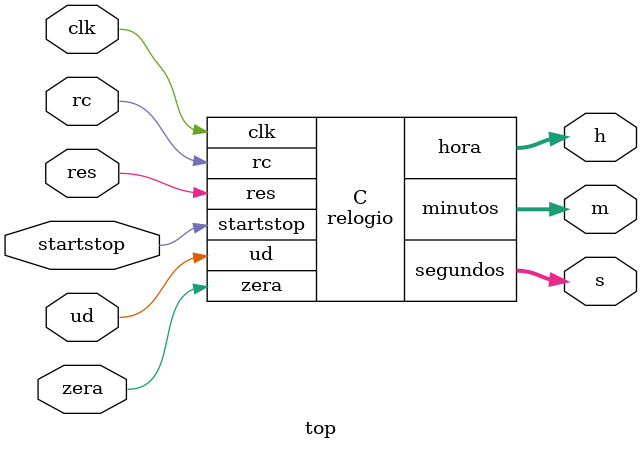
<source format=v>
module count59(input clk, input rst, input ud, output [5:0] Count, output loop);  reg [5:0] Count;
  always @ (posedge clk or negedge rst)
begin
  if (~rst)
    Count <= 0;   // reset register
  else if ( Count == 59 & ud )
    Count <= 0;
  else if ( Count == 00 & ~ud )
    Count <= 59;
  else if(ud)
    Count <= Count + 1;  // increment register
  else
    Count <= Count - 1;
end
assign loop = (Count == 59)&ud | (Count==0)&~ud;
endmodule


module count23(input clk, input rst, output [4:0] Count);  reg [4:0] Count;
  always @ (posedge clk or negedge rst)
begin
  if (~rst)
    Count <= 0;   // reset register
  else if ( Count == 23 )
    Count <= 0;
  else
    Count <= Count + 1;  // increment register
end
endmodule

module statem(clk, reset, rc, nrc);
input clk, reset; input  rc; output nrc;
reg[1:0] state;
parameter r0=2'd0, r1=2'd1,c0=2'd2, c1=2'd3;
assign nrc = (state==r0 || state==r1);

always @(posedge clk or negedge reset)
  begin
    if(reset==0)
      state=r0;
    else
      case(state)
        r0:
          if(rc==1'b1) state = r1;
        r1:
          if(rc==1'b0) state = c0;
        c0:
          if(rc==1'b1) state = c1;
        c1:
          if(rc==1'b0) state = r0;
      endcase
  end
endmodule



module relogio(input clk, res, startstop, zera, ud,
  input rc,
  output[5:0] segundos,minutos,
  output[4:0] hora);

  wire outs,outs1, routs, routs1;
  wire enable,nr;
  wire [5:0] sc,sr,mc,mr;
  wire [4:0] hc,hr;
  assign enable = startstop & clk;
  assign nr = res & zera;

  count59 seg(enable,nr,ud,sc,outs);
  count59 min(~outs,nr,ud,mc,outs1);
  count23 hor(~outsl,nr,hc);
  count59 rseg(clk,res,1'b1,sr,routs);
  count59 rmin(-routs,res,1'b1,mr,routsl);
  count23 rhor(~routsl,res,hr);
  assign hora = (nrc)?hr:hc;
  assign minutos = (nrc) ?mr:mc;
  assign segundos = (nrc) ?sr:sc;
  wire nrc;
  statem maq(clk,res,rc,nrc);
endmodule

module top(input clk,res,startstop,zera,ud,
          input rc,
           output[5:0] s,m,
           output[4:0] h);

    relogio C(clk,res,startstop,zera,ud,rc,s,m,h);

endmodule

</source>
